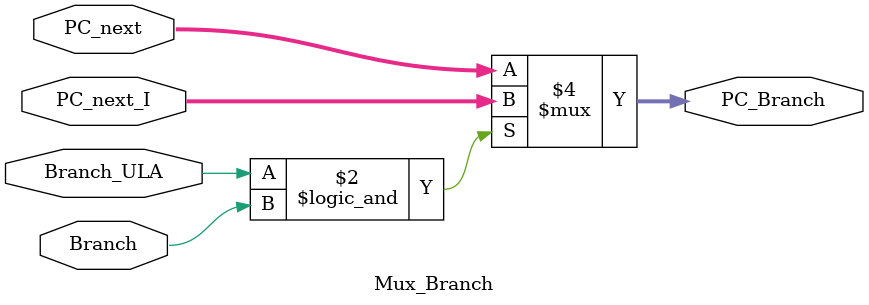
<source format=v>
module Mux_Branch (PC_next, PC_next_I, Branch_ULA,Branch,PC_Branch);

input [31:0] PC_next;
input [31:0] PC_next_I;
input Branch; // sinal da unidade de controle
input Branch_ULA; //sinal equal advindo da ULA, no módulo da ULAeu nomeei como branch
output reg [31:0] PC_Branch;

always @(*) begin
	if(Branch_ULA && Branch) // Esse é o add encontrado no esquemático
		begin
			PC_Branch = PC_next_I; //PC que vem do imediato extendido
		end
	else
		begin
			PC_Branch = PC_next; // PC+1 
		end
end

endmodule

</source>
